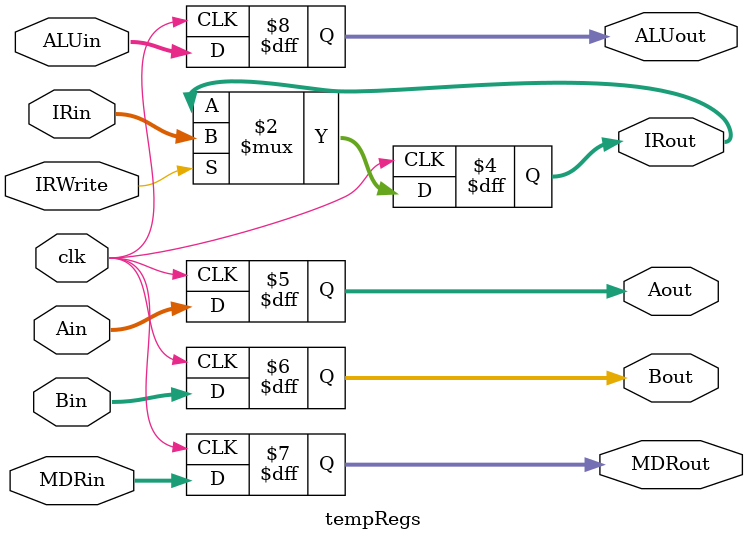
<source format=v>
module tempRegs(clk, IRWrite, IRin, IRout, MDRin, MDRout, Ain, Aout, Bin, Bout, ALUin, ALUout);
 input clk, IRWrite;
 input [31:0] IRin, MDRin, Ain, Bin, ALUin;
 output reg [31:0] IRout, Aout, Bout, MDRout, ALUout;

 always @(posedge clk)
 begin
 ALUout <= ALUin;
 Aout <= Ain;
 Bout <= Bin;
 MDRout <= MDRin;
 if (IRWrite)
 IRout <= IRin;
 end

endmodule

</source>
